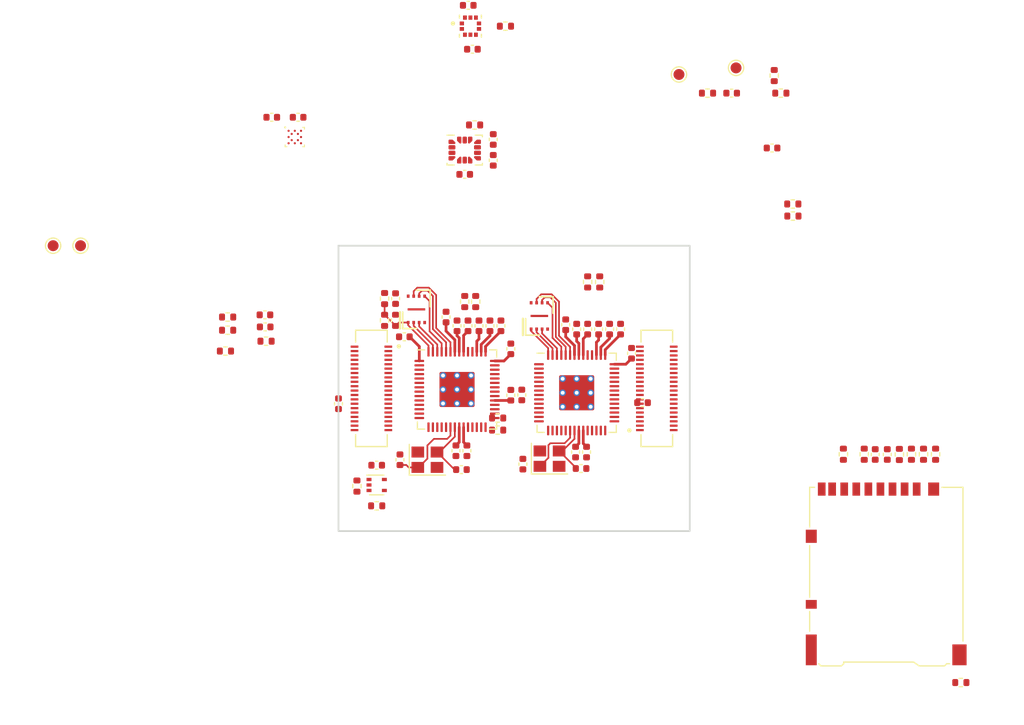
<source format=kicad_pcb>
(kicad_pcb (version 20211014) (generator pcbnew)
  (layers (0 "F.Cu" signal) (31 "B.Cu" signal) (34 "B.Paste" user) (35 "F.Paste" user) (36 "B.SilkS" user "B.Silkscreen") (37 "F.SilkS" user "F.Silkscreen") (38 "B.Mask" user) (39 "F.Mask" user) (44 "Edge.Cuts" user))
  (net 0 "")
  (net 1 "/FMU Processor/1V1")
  (net 2 "GND")
  (net 3 "/3V3_FMU")
  (net 4 "/FMU Processor/XIN")
  (net 5 "/FMU Processor/XOUT")
  (net 6 "/IBAT1_SENSE")
  (net 7 "/VBAT1_SENSE")
  (net 8 "/3V3_IMU")
  (net 9 "/IO Processor/1V1")
  (net 10 "/3V3_IO")
  (net 11 "/IO Processor/XIN")
  (net 12 "/IO Processor/XOUT")
  (net 13 "/3V3_SD")
  (net 14 "/UART_TX_TELEM")
  (net 15 "/UART_RX_TELEM")
  (net 16 "/UART_CTS_TELEM")
  (net 17 "/FMU_NEOPIXEL")
  (net 18 "/UART_RTS_TELEM")
  (net 19 "/I2C1_SCL_EXT")
  (net 20 "/FMU_USB_DP")
  (net 21 "/UART_TX_GNSS")
  (net 22 "/FMU_USB_DN")
  (net 23 "/UART_RX_GNSS")
  (net 24 "/FMU_nRST")
  (net 25 "/I2C1_SDA_EXT")
  (net 26 "/FMU_SWDIO")
  (net 27 "/FMU_SWCLK")
  (net 28 "/FMU_CH1")
  (net 29 "/FMU_RSV1")
  (net 30 "/FMU_CH2")
  (net 31 "/FMU_RSV2")
  (net 32 "/FMU_CH3")
  (net 33 "/FMU_RSV3")
  (net 34 "/FMU_CH4")
  (net 35 "/FMU_RSV4")
  (net 36 "/FMU_RSV5")
  (net 37 "/BUZZER")
  (net 38 "+5V")
  (net 39 "/IO_CH1")
  (net 40 "/VMOTOR")
  (net 41 "/IO_CH2")
  (net 42 "/IO_CH3")
  (net 43 "/IO_CH4")
  (net 44 "/IO_LED_BLUE")
  (net 45 "/IO_CH5")
  (net 46 "/IO_LED_AMBER")
  (net 47 "/IO_CH6")
  (net 48 "/IO_LED_GREEN")
  (net 49 "/IO_CH7")
  (net 50 "/IO_CH8")
  (net 51 "/IO_USB_DP")
  (net 52 "/IO_USB_DN")
  (net 53 "/SBUS_IN")
  (net 54 "/PPM_IN")
  (net 55 "/IO_nRST")
  (net 56 "/IO_SWDIO")
  (net 57 "/RSSI_IN")
  (net 58 "/IO_SWCLK")
  (net 59 "/SAFETY_SWITCH")
  (net 60 "/IO_RSV1")
  (net 61 "/SAFETY_LED")
  (net 64 "/FMU Processor/SDMMC_CD")
  (net 65 "/FMU Processor/SPI1_PICO_SDMMC")
  (net 66 "/FMU Processor/SPI1_SCK_SDMMC")
  (net 67 "/FMU Processor/SPI1_POCI_SDMMC")
  (net 68 "/FMU Processor/USB_MCU_DP")
  (net 69 "/FMU Processor/USB_MCU_DN")
  (net 70 "/FMU Processor/I2C0_SDA_MAG_BARO")
  (net 71 "/FMU Processor/I2C0_SCL_MAG_BARO")
  (net 72 "/FMU Processor/SPI0_nCS_IMU")
  (net 73 "Net-(R20-Pad2)")
  (net 74 "Net-(R24-Pad2)")
  (net 75 "/IO Processor/USB_MCU_DP")
  (net 76 "/IO Processor/USB_MCU_DN")
  (net 77 "/FMU Processor/QSPI_SD3")
  (net 78 "/IO Processor/QSPI_SD3")
  (net 79 "/FMU Processor/SPI0_SCK_IMU")
  (net 80 "/FMU Processor/SPI0_PICO_IMU")
  (net 81 "/FMU Processor/SPI0_POCI_IMU")
  (net 82 "/FMU Processor/INT_IMU")
  (net 83 "/UART_FROM_FMU_TO_IO")
  (net 84 "/UART_FROM_IO_TO_FMU")
  (net 85 "/FMU Processor/QSPI_SD0")
  (net 86 "/FMU Processor/QSPI_SD2")
  (net 87 "/FMU Processor/QSPI_SD1")
  (net 96 "/IO_UART_TX_DEBUG")
  (net 104 "/IO Processor/QSPI_SD0")
  (net 105 "/IO Processor/QSPI_SD2")
  (net 106 "/IO Processor/QSPI_SD1")
  (net 108 "Net-(J5-Pad2)")
  (net 109 "Net-(R17-Pad1)")
  (net 110 "Net-(J5-Pad10)")
  (net 115 "/IO_BOOTSEL")
  (net 116 "/IO Processor/QSPI_nCS")
  (net 117 "/IO Processor/QSPI_SCK")
  (net 118 "/FMU_BOOTSEL")
  (net 119 "/FMU Processor/QSPI_nCS")
  (net 120 "/FMU Processor/QSPI_SCK")
  (footprint "USON:8-USON" (layer "F.Cu") (at 118.3 106.4 90)
    (fp_text reference "U2" hide)
    (fp_text value "W25Q16JVUX" hide)
  )
  (footprint "Resistor_SMD:R_0402_1005Metric" (layer "F.Cu") (at 114.5 116.8)
    (fp_text reference "R13" hide)
    (fp_text value "2.2K")
  )
  (footprint "Capacitor_SMD:C_0402_1005Metric" (layer "F.Cu") (at 139.5 91.1 180)
    (fp_text reference "C43" hide)
    (fp_text value "0.1uF")
  )
  (footprint "Resistor_SMD:R_0402_1005Metric" (layer "F.Cu") (at 114.5 115.7)
    (fp_text reference "R12" hide)
    (fp_text value "2.2K")
  )
  (footprint "Capacitor_SMD:C_0402_1005Metric" (layer "F.Cu") (at 126.7 109.8 90)
    (fp_text reference "C10" hide)
    (fp_text value "0.1uF")
  )
  (footprint "Hirose_DF40:HIROSE_DF40C-40DS-0.4V(51)" (layer "F.Cu") (at 103 113 -90)
    (fp_text reference "J4" hide)
    (fp_text value "[IO Bus Top]")
  )
  (footprint "Package_LGA:LGA-14_3x2.5mm_P0.5mm_LayoutBorder3x4y" (layer "F.Cu") (at 111.5 91.2875)
    (fp_text reference "U3" hide)
    (fp_text value "ICM42605")
  )
  (footprint "Capacitor_SMD:C_0402_1005Metric" (layer "F.Cu") (at 111.2 120.4)
    (fp_text reference "C42" hide)
    (fp_text value "30pF")
  )
  (footprint "Capacitor_SMD:C_0402_1005Metric" (layer "F.Cu") (at 100 114.4 -90)
    (fp_text reference "C44" hide)
    (fp_text value "0.1uF")
  )
  (footprint "Package_TO_SOT_SMD:SOT-553" (layer "F.Cu") (at 103.48 121.8)
    (fp_text reference "U8" hide)
    (fp_text value "SN74LVC1G04DRY")
  )
  (footprint "Resistor_SMD:R_0402_1005Metric" (layer "F.Cu") (at 153.3 119 90)
    (fp_text reference "R4" hide)
    (fp_text value "47K")
  )
  (footprint "Capacitor_SMD:C_0402_1005Metric" (layer "F.Cu") (at 93.3 106.3)
    (fp_text reference "C19" hide)
    (fp_text value "0.1uF")
  )
  (footprint "Resistor_SMD:R_0402_1005Metric" (layer "F.Cu") (at 152.2 119 90)
    (fp_text reference "R28" hide)
    (fp_text value "0R")
  )
  (footprint "Resistor_SMD:R_0402_1005Metric" (layer "F.Cu") (at 133.62 86.1)
    (fp_text reference "R3" hide)
    (fp_text value "10K [DNP]")
  )
  (footprint "Capacitor_SMD:C_0402_1005Metric" (layer "F.Cu") (at 103.48 120)
    (fp_text reference "C40" hide)
    (fp_text value "0.1uF")
  )
  (footprint "Capacitor_SMD:C_0402_1005Metric" (layer "F.Cu") (at 105.6 119.5 90)
    (fp_text reference "C41" hide)
    (fp_text value "30pF")
  )
  (footprint "TestPoint:TestPoint_Pad_D1.0mm" (layer "F.Cu") (at 74 100)
    (fp_text reference "TP6" hide)
    (fp_text value "IO_QSPI_SD3")
  )
  (footprint "Resistor_SMD:R_0402_1005Metric" (layer "F.Cu") (at 111.5 105.09 90)
    (fp_text reference "R26" hide)
    (fp_text value "27.4")
  )
  (footprint "Resistor_SMD:R_0402_1005Metric" (layer "F.Cu") (at 122.7 103.3 90)
    (fp_text reference "R8" hide)
    (fp_text value "27.4")
  )
  (footprint "Capacitor_SMD:C_0402_1005Metric" (layer "F.Cu") (at 124.7 107.6 90)
    (fp_text reference "C13" hide)
    (fp_text value "1uF")
  )
  (footprint "Resistor_SMD:R_0402_1005Metric" (layer "F.Cu") (at 101.68 121.9 90)
    (fp_text reference "R25" hide)
    (fp_text value "100K")
  )
  (footprint "Resistor_SMD:R_0402_1005Metric" (layer "F.Cu") (at 156.7 139.8)
    (fp_text reference "R17" hide)
    (fp_text value "0R")
  )
  (footprint "Resistor_SMD:R_0402_1005Metric" (layer "F.Cu") (at 115.21 80)
    (fp_text reference "R20" hide)
    (fp_text value "10K")
  )
  (footprint "Capacitor_SMD:C_0402_1005Metric" (layer "F.Cu") (at 110.8 107.3 90)
    (fp_text reference "C37" hide)
    (fp_text value "0.1uF")
  )
  (footprint "Capacitor_SMD:C_0402_1005Metric" (layer "F.Cu") (at 116.8 119.9 90)
    (fp_text reference "C14" hide)
    (fp_text value "30pF")
  )
  (footprint "Resistor_SMD:R_0402_1005Metric" (layer "F.Cu") (at 104.2 106.8 90)
    (fp_text reference "R23" hide)
    (fp_text value "10K [DNP]")
  )
  (footprint "Resistor_SMD:R_0402_1005Metric" (layer "F.Cu") (at 140.3 86.1)
    (fp_text reference "R1" hide)
    (fp_text value "1K")
  )
  (footprint "Capacitor_SMD:C_0402_1005Metric" (layer "F.Cu") (at 113.8 107.3 90)
    (fp_text reference "C39" hide)
    (fp_text value "1uF")
  )
  (footprint "Resistor_SMD:R_0402_1005Metric" (layer "F.Cu") (at 141.4 97.3)
    (fp_text reference "R11" hide)
    (fp_text value "2.2K")
  )
  (footprint "Resistor_SMD:R_0402_1005Metric" (layer "F.Cu") (at 141.39 96.2)
    (fp_text reference "R10" hide)
    (fp_text value "2.2K")
  )
  (footprint "Capacitor_SMD:C_0402_1005Metric" (layer "F.Cu") (at 93.32 107.4)
    (fp_text reference "C18" hide)
    (fp_text value "0.1uF")
  )
  (footprint "Resistor_SMD:R_0402_1005Metric" (layer "F.Cu") (at 139.7 84.5 90)
    (fp_text reference "R2" hide)
    (fp_text value "10K")
  )
  (footprint "Capacitor_SMD:C_0402_1005Metric" (layer "F.Cu") (at 112.8 107.3 90)
    (fp_text reference "C27" hide)
    (fp_text value "1uF")
  )
  (footprint "Resistor_SMD:R_0402_1005Metric" (layer "F.Cu") (at 112.5 105.09 90)
    (fp_text reference "R27" hide)
    (fp_text value "27.4")
  )
  (footprint "Capacitor_SMD:C_0402_1005Metric" (layer "F.Cu") (at 125.7 107.6 90)
    (fp_text reference "C9" hide)
    (fp_text value "0.1uF")
  )
  (footprint "TestPoint:TestPoint_Pad_D1.0mm" (layer "F.Cu") (at 131.02 84.4)
    (fp_text reference "TP2" hide)
    (fp_text value "FMU_QSPI_SCK")
  )
  (footprint "Capacitor_SMD:C_0402_1005Metric" (layer "F.Cu") (at 114.1 92.22 90)
    (fp_text reference "C20" hide)
    (fp_text value "2.2uF")
  )
  (footprint "Connector_Card:microSD_HC_Hirose_DM3AT-SF-PEJM5" (layer "F.Cu") (at 149.9 129.9)
    (fp_text reference "J5" hide)
    (fp_text value "Micro_SD_Card_Det_Hirose_DM3AT")
  )
  (footprint "Capacitor_SMD:C_0402_1005Metric" (layer "F.Cu") (at 111.7 118.68 -90)
    (fp_text reference "C29" hide)
    (fp_text value "0.1uF")
  )
  (footprint "Resistor_SMD:R_0402_1005Metric" (layer "F.Cu") (at 105.2 106.8 -90)
    (fp_text reference "R21" hide)
    (fp_text value "10K")
  )
  (footprint "Resistor_SMD:R_0402_1005Metric" (layer "F.Cu") (at 146 119 90)
    (fp_text reference "R7" hide)
    (fp_text value "47K")
  )
  (footprint "Capacitor_SMD:C_0402_1005Metric" (layer "F.Cu") (at 120.7 107.2 90)
    (fp_text reference "C2" hide)
    (fp_text value "0.1uF")
  )
  (footprint "RP2040_minimal:RP2040-QFN-56" (layer "F.Cu") (at 110.8 113.1)
    (fp_text reference "U6" hide)
    (fp_text value "RP2040")
  )
  (footprint "Capacitor_SMD:C_0402_1005Metric" (layer "F.Cu") (at 109.8 106.5 90)
    (fp_text reference "C28" hide)
    (fp_text value "0.1uF")
  )
  (footprint "Capacitor_SMD:C_0402_1005Metric" (layer "F.Cu") (at 111.82 78.1)
    (fp_text reference "C25" hide)
    (fp_text value "0.1uF")
  )
  (footprint "Capacitor_SMD:C_0402_1005Metric" (layer "F.Cu") (at 115.7 113.62 90)
    (fp_text reference "C34" hide)
    (fp_text value "0.1uF")
  )
  (footprint "Crystal:Crystal_SMD_2520-4Pin_2.5x2.0mm" (layer "F.Cu") (at 108.1 119.5)
    (fp_text reference "Y2" hide)
    (fp_text value "12MHz")
  )
  (footprint "Capacitor_SMD:C_0402_1005Metric" (layer "F.Cu") (at 123.7 107.6 90)
    (fp_text reference "C1" hide)
    (fp_text value "1uF")
  )
  (footprint "Capacitor_SMD:C_0402_1005Metric" (layer "F.Cu") (at 112.2 82.1)
    (fp_text reference "C26" hide)
    (fp_text value "0.1uF")
  )
  (footprint "ICP20100:PQFN50P200X200X85-10N" (layer "F.Cu") (at 112.02 80)
    (fp_text reference "U5" hide)
    (fp_text value "ICP20100")
  )
  (footprint "Crystal:Crystal_SMD_2520-4Pin_2.5x2.0mm" (layer "F.Cu") (at 119.225 119.4)
    (fp_text reference "Y1" hide)
    (fp_text value "12MHz")
  )
  (footprint "USON:8-USON" (layer "F.Cu") (at 107.1 105.8 90)
    (fp_text reference "U7" hide)
    (fp_text value "W25Q16JVUX" hide)
  )
  (footprint "Capacitor_SMD:C_0402_1005Metric" (layer "F.Cu") (at 111.5 93.5)
    (fp_text reference "C22" hide)
    (fp_text value "10nF")
  )
  (footprint "Capacitor_SMD:C_0402_1005Metric" (layer "F.Cu") (at 150 119.02 90)
    (fp_text reference "C17" hide)
    (fp_text value "0.1uF")
  )
  (footprint "Resistor_SMD:R_0402_1005Metric" (layer "F.Cu") (at 89.9 107.7)
    (fp_text reference "R15" hide)
    (fp_text value "1K")
  )
  (footprint "Capacitor_SMD:C_0402_1005Metric" (layer "F.Cu") (at 114.8 107.3 90)
    (fp_text reference "C31" hide)
    (fp_text value "0.1uF")
  )
  (footprint "Resistor_SMD:R_0402_1005Metric" (layer "F.Cu") (at 112.4 89)
    (fp_text reference "R19" hide)
    (fp_text value "10K")
  )
  (footprint "Resistor_SMD:R_0402_1005Metric" (layer "F.Cu") (at 93.4 108.7)
    (fp_text reference "R18" hide)
    (fp_text value "1M")
  )
  (footprint "Capacitor_SMD:C_0402_1005Metric" (layer "F.Cu") (at 115.7 109.4 90)
    (fp_text reference "C32" hide)
    (fp_text value "0.1uF")
  )
  (footprint "Resistor_SMD:R_0402_1005Metric" (layer "F.Cu") (at 89.9 106.5)
    (fp_text reference "R14" hide)
    (fp_text value "1K")
  )
  (footprint "Capacitor_SMD:C_0402_1005Metric" (layer "F.Cu") (at 96.32 88.3)
    (fp_text reference "C23" hide)
    (fp_text value "0.1uF")
  )
  (footprint "Capacitor_SMD:C_0402_1005Metric" (layer "F.Cu") (at 148.9 119.02 90)
    (fp_text reference "C16" hide)
    (fp_text value "2.2uF")
  )
  (footprint "TestPoint:TestPoint_Pad_D1.0mm" (layer "F.Cu") (at 76.5 100)
    (fp_text reference "TP5" hide)
    (fp_text value "IO_QSPI_SCK")
  )
  (footprint "Capacitor_SMD:C_0402_1005Metric" (layer "F.Cu") (at 121.6 118.8 -90)
    (fp_text reference "C12" hide)
    (fp_text value "0.1uF")
  )
  (footprint "Capacitor_SMD:C_0402_1005Metric" (layer "F.Cu") (at 122.6 118.8 -90)
    (fp_text reference "C3" hide)
    (fp_text value "0.1uF")
  )
  (footprint "Package_CSP:WLCSP-12_1.56x1.56mm_P0.4mm" (layer "F.Cu") (at 96.02 90.1)
    (fp_text reference "U4" hide)
    (fp_text value "BMM150")
  )
  (footprint "Resistor_SMD:R_0402_1005Metric" (layer "F.Cu") (at 151.1 119.02 90)
    (fp_text reference "R5" hide)
    (fp_text value "47K")
  )
  (footprint "Resistor_SMD:R_0402_1005Metric" (layer "F.Cu") (at 104.2 104.82 -90)
    (fp_text reference "R22" hide)
    (fp_text value "1K")
  )
  (footprint "Capacitor_SMD:C_0402_1005Metric" (layer "F.Cu") (at 127.7 114.3)
    (fp_text reference "C11" hide)
    (fp_text value "0.1uF")
  )
  (footprint "TestPoint:TestPoint_Pad_D1.0mm" (layer "F.Cu") (at 136.22 83.8)
    (fp_text reference "TP3" hide)
    (fp_text value "FMU_QSPI_SD3")
  )
  (footprint "Capacitor_SMD:C_0402_1005Metric" (layer "F.Cu") (at 93.92 88.3)
    (fp_text reference "C24" hide)
    (fp_text value "0.1uF")
  )
  (footprint "Capacitor_SMD:C_0402_1005Metric" (layer "F.Cu") (at 135.82 86.1)
    (fp_text reference "C7" hide)
    (fp_text value "0.1uF")
  )
  (footprint "Capacitor_SMD:C_0402_1005Metric" (layer "F.Cu") (at 114.1 90.32 -90)
    (fp_text reference "C21" hide)
    (fp_text value "0.1uF")
  )
  (footprint "Capacitor_SMD:C_0402_1005Metric" (layer "F.Cu") (at 116.7 113.6 -90)
    (fp_text reference "C8" hide)
    (fp_text value "0.1uF")
  )
  (footprint "Resistor_SMD:R_0402_1005Metric" (layer "F.Cu") (at 123.8 103.3 90)
    (fp_text reference "R9" hide)
    (fp_text value "27.4")
  )
  (footprint "Capacitor_SMD:C_0402_1005Metric" (layer "F.Cu") (at 122.1 120.3)
    (fp_text reference "C15" hide)
    (fp_text value "30pF")
  )
  (footprint "Capacitor_SMD:C_0402_1005Metric" (layer "F.Cu") (at 121.7 107.6 90)
    (fp_text reference "C5" hide)
    (fp_text value "0.1uF")
  )
  (footprint "Capacitor_SMD:C_0402_1005Metric" (layer "F.Cu") (at 105.2 104.82 90)
    (fp_text reference "C33" hide)
    (fp_text value "0.1uF")
  )
  (footprint "Capacitor_SMD:C_0402_1005Metric" (layer "F.Cu") (at 106 108.3 180)
    (fp_text reference "C36" hide)
    (fp_text value "0.1uF")
  )
  (footprint "Capacitor_SMD:C_0402_1005Metric" (layer "F.Cu") (at 111.8 107.3 90)
    (fp_text reference "C38" hide)
    (fp_text value "0.1uF")
  )
  (footprint "RP2040_minimal:RP2040-QFN-56" (layer "F.Cu") (at 121.7 113.4)
    (fp_text reference "U1" hide)
    (fp_text value "RP2040")
  )
  (footprint "Resistor_SMD:R_0402_1005Metric" (layer "F.Cu") (at 89.7 109.6)
    (fp_text reference "R16" hide)
    (fp_text value "1M")
  )
  (footprint "Hirose_DF40:HIROSE_DF40C-40DS-0.4V(51)" (layer "F.Cu") (at 129 113 90)
    (fp_text reference "J2" hide)
    (fp_text value "FMU Bus [Top]")
  )
  (footprint "Capacitor_SMD:C_0402_1005Metric" (layer "F.Cu") (at 110.7 118.68 -90)
    (fp_text reference "C35" hide)
    (fp_text value "0.1uF")
  )
  (footprint "Resistor_SMD:R_0402_1005Metric" (layer "F.Cu") (at 154.4 119 90)
    (fp_text reference "R29" hide)
    (fp_text value "0R")
  )
  (footprint "Resistor_SMD:R_0402_1005Metric" (layer "F.Cu") (at 147.9 119 90)
    (fp_text reference "R6" hide)
    (fp_text value "47K")
  )
  (footprint "Capacitor_SMD:C_0402_1005Metric" (layer "F.Cu") (at 122.7 107.6 90)
    (fp_text reference "C6" hide)
    (fp_text value "0.1uF")
  )
  (footprint "Resistor_SMD:R_0402_1005Metric" (layer "F.Cu") (at 103.48 123.7)
    (fp_text reference "R24" hide)
    (fp_text value "0R [DNP]")
  )
  (gr_rect locked (start 100 100) (end 132 126) (layer "Edge.Cuts") (width 0.15) (fill none))
  (segment (start 120.7 108.3) (end 120.7 107.68) (width 0.25) (layer "F.Cu") (net 1))
  (segment (start 122.3 116.8375) (end 122.3 118.02) (width 0.25) (layer "F.Cu") (net 1))
  (segment (start 121.5 109.9625) (end 121.5 109.1) (width 0.25) (layer "F.Cu") (net 1))
  (segment (start 123.5 108.8) (end 123.7 108.6) (width 0.25) (layer "F.Cu") (net 1))
  (segment (start 123.7 108.6) (end 123.7 108.08) (width 0.25) (layer "F.Cu") (net 1))
  (segment (start 121.5 109.1) (end 120.7 108.3) (width 0.25) (layer "F.Cu") (net 1))
  (segment (start 122.3 118.02) (end 122.6 118.32) (width 0.25) (layer "F.Cu") (net 1))
  (segment (start 123.5 109.9625) (end 123.5 108.8) (width 0.25) (layer "F.Cu") (net 1))
  (segment (start 125.1375 110.8) (end 126.18 110.8) (width 0.25) (layer "F.Cu") (net 3))
  (segment (start 121.9 109.9625) (end 121.9 108.9) (width 0.25) (layer "F.Cu") (net 3))
  (segment (start 121.9 116.8375) (end 121.9 118.02) (width 0.25) (layer "F.Cu") (net 3))
  (segment (start 124.3 109.9625) (end 124.3 109.48) (width 0.25) (layer "F.Cu") (net 3))
  (segment (start 121.9 118.02) (end 121.6 118.32) (width 0.25) (layer "F.Cu") (net 3))
  (segment (start 126.18 110.8) (end 126.7 110.28) (width 0.25) (layer "F.Cu") (net 3))
  (segment (start 121.9 108.9) (end 121.7 108.7) (width 0.25) (layer "F.Cu") (net 3))
  (segment (start 124.7 108.45) (end 124.7 108.08) (width 0.25) (layer "F.Cu") (net 3))
  (segment (start 124.3 109.48) (end 125.7 108.08) (width 0.25) (layer "F.Cu") (net 3))
  (segment (start 122.3 109.9625) (end 122.3 108.48) (width 0.25) (layer "F.Cu") (net 3))
  (segment (start 122.3 108.48) (end 122.7 108.08) (width 0.25) (layer "F.Cu") (net 3))
  (segment (start 123.9 109.25) (end 124.7 108.45) (width 0.25) (layer "F.Cu") (net 3))
  (segment (start 123.9 109.9625) (end 123.9 109.25) (width 0.25) (layer "F.Cu") (net 3))
  (segment (start 121.7 108.7) (end 121.7 108.08) (width 0.25) (layer "F.Cu") (net 3))
  (segment (start 120.602 117.998) (end 119.302 117.998) (width 0.15) (layer "F.Cu") (net 4))
  (segment (start 119.302 117.998) (end 119.127 118.173) (width 0.15) (layer "F.Cu") (net 4))
  (segment (start 119.127 118.173) (end 119.127 119.323) (width 0.15) (layer "F.Cu") (net 4))
  (segment (start 119.127 119.323) (end 118.35 120.1) (width 0.15) (layer "F.Cu") (net 4))
  (segment (start 121.1 117.5) (end 120.602 117.998) (width 0.15) (layer "F.Cu") (net 4))
  (segment (start 121.1 116.8375) (end 121.1 117.5) (width 0.15) (layer "F.Cu") (net 4))
  (segment (start 121.5 116.8375) (end 121.5 117.6) (width 0.15) (layer "F.Cu") (net 5))
  (segment (start 121.5 117.6) (end 120.4 118.7) (width 0.15) (layer "F.Cu") (net 5))
  (segment (start 121.62 120.22) (end 120.1 118.7) (width 0.15) (layer "F.Cu") (net 5))
  (segment (start 120.4 118.7) (end 120.1 118.7) (width 0.15) (layer "F.Cu") (net 5))
  (segment (start 121.62 120.3) (end 121.62 120.22) (width 0.15) (layer "F.Cu") (net 5))
  (segment (start 109.8 107.7773) (end 109.8 106.98) (width 0.25) (layer "F.Cu") (net 9))
  (segment (start 110.6 109.6625) (end 110.6 108.5773) (width 0.25) (layer "F.Cu") (net 9))
  (segment (start 111.4 117.9) (end 111.7 118.2) (width 0.25) (layer "F.Cu") (net 9))
  (segment (start 112.6 109.6625) (end 112.6 108.7) (width 0.25) (layer "F.Cu") (net 9))
  (segment (start 111.4 116.5375) (end 111.4 117.9) (width 0.25) (layer "F.Cu") (net 9))
  (segment (start 112.6 108.7) (end 112.8 108.5) (width 0.25) (layer "F.Cu") (net 9))
  (segment (start 110.6 108.5773) (end 109.8 107.7773) (width 0.25) (layer "F.Cu") (net 9))
  (segment (start 112.8 108.5) (end 112.8 107.78) (width 0.25) (layer "F.Cu") (net 9))
  (segment (start 113 109.6625) (end 113 109) (width 0.25) (layer "F.Cu") (net 10))
  (segment (start 110.8 108.2) (end 110.8 107.78) (width 0.25) (layer "F.Cu") (net 10))
  (segment (start 113.8 108.2) (end 113.8 107.78) (width 0.25) (layer "F.Cu") (net 10))
  (segment (start 111 109.6625) (end 111 108.4) (width 0.25) (layer "F.Cu") (net 10))
  (segment (start 114.2375 114.1) (end 115.7 114.1) (width 0.25) (layer "F.Cu") (net 10))
  (segment (start 107.3625 109.1825) (end 106.48 108.3) (width 0.25) (layer "F.Cu") (net 10))
  (segment (start 113 109) (end 113.8 108.2) (width 0.25) (layer "F.Cu") (net 10))
  (segment (start 111.4 109.6625) (end 111.4 108.18) (width 0.25) (layer "F.Cu") (net 10))
  (segment (start 111 116.5375) (end 111 117.9) (width 0.25) (layer "F.Cu") (net 10))
  (segment (start 111 117.9) (end 110.7 118.2) (width 0.25) (layer "F.Cu") (net 10))
  (segment (start 111 108.4) (end 110.8 108.2) (width 0.25) (layer "F.Cu") (net 10))
  (segment (start 115.08 110.5) (end 115.7 109.88) (width 0.25) (layer "F.Cu") (net 10))
  (segment (start 114.2375 110.5) (end 115.08 110.5) (width 0.25) (layer "F.Cu") (net 10))
  (segment (start 113.4 109.18) (end 114.8 107.78) (width 0.25) (layer "F.Cu") (net 10))
  (segment (start 113.4 109.6625) (end 113.4 109.18) (width 0.25) (layer "F.Cu") (net 10))
  (segment (start 107.3625 110.5) (end 107.3625 109.1825) (width 0.25) (layer "F.Cu") (net 10))
  (segment (start 111.4 108.18) (end 111.8 107.78) (width 0.25) (layer "F.Cu") (net 10))
  (segment (start 107.225 120.2) (end 107.3 120.2) (width 0.15) (layer "F.Cu") (net 11))
  (segment (start 107.3 120.2) (end 108.1 119.4) (width 0.15) (layer "F.Cu") (net 11))
  (segment (start 108.1 119.4) (end 108.1 118.196) (width 0.15) (layer "F.Cu") (net 11))
  (segment (start 108.1 118.196) (end 108.696 117.6) (width 0.15) (layer "F.Cu") (net 11))
  (segment (start 108.696 117.6) (end 109.9 117.6) (width 0.15) (layer "F.Cu") (net 11))
  (segment (start 106.4 120.2) (end 106.18 119.98) (width 0.15) (layer "F.Cu") (net 11))
  (segment (start 109.9 117.6) (end 110.2 117.3) (width 0.15) (layer "F.Cu") (net 11))
  (segment (start 106.18 119.98) (end 105.6 119.98) (width 0.15) (layer "F.Cu") (net 11))
  (segment (start 110.2 117.3) (end 110.2 116.5375) (width 0.15) (layer "F.Cu") (net 11))
  (segment (start 107.225 120.2) (end 106.4 120.2) (width 0.15) (layer "F.Cu") (net 11))
  (segment (start 110.6 116.5375) (end 110.6 117.4) (width 0.15) (layer "F.Cu") (net 12))
  (segment (start 110.575 120.4) (end 108.975 118.8) (width 0.15) (layer "F.Cu") (net 12))
  (segment (start 110.6 117.4) (end 109.2 118.8) (width 0.15) (layer "F.Cu") (net 12))
  (segment (start 110.72 120.4) (end 110.575 120.4) (width 0.15) (layer "F.Cu") (net 12))
  (segment (start 109.2 118.8) (end 108.975 118.8) (width 0.15) (layer "F.Cu") (net 12))
  (segment (start 120.091738 105.1) (end 119.414737 104.423) (width 0.15) (layer "F.Cu") (net 77))
  (segment (start 120.091738 108.208262) (end 120.091738 105.1) (width 0.15) (layer "F.Cu") (net 77))
  (segment (start 121.1 109.216524) (end 120.091738 108.208262) (width 0.15) (layer "F.Cu") (net 77))
  (segment (start 118.05 104.85) (end 118.05 105.2) (width 0.15) (layer "F.Cu") (net 77))
  (segment (start 118.477 104.423) (end 118.05 104.85) (width 0.15) (layer "F.Cu") (net 77))
  (segment (start 121.1 109.9625) (end 121.1 109.216524) (width 0.15) (layer "F.Cu") (net 77))
  (segment (start 119.414737 104.423) (end 118.477 104.423) (width 0.15) (layer "F.Cu") (net 77))
  (segment (start 108.9 107.5) (end 108.9 104.493906) (width 0.15) (layer "F.Cu") (net 78))
  (segment (start 107.177 103.823) (end 106.85 104.15) (width 0.15) (layer "F.Cu") (net 78))
  (segment (start 110.2 109.6625) (end 110.2 108.8) (width 0.15) (layer "F.Cu") (net 78))
  (segment (start 110.2 108.8) (end 108.9 107.5) (width 0.15) (layer "F.Cu") (net 78))
  (segment (start 108.229093 103.823) (end 107.177 103.823) (width 0.15) (layer "F.Cu") (net 78))
  (segment (start 106.85 104.15) (end 106.85 104.6) (width 0.15) (layer "F.Cu") (net 78))
  (segment (start 108.9 104.493906) (end 108.229093 103.823) (width 0.15) (layer "F.Cu") (net 78))
  (segment (start 119.5 108.4) (end 119.5 105.65) (width 0.15) (layer "F.Cu") (net 85))
  (segment (start 119.5 105.65) (end 119.05 105.2) (width 0.15) (layer "F.Cu") (net 85))
  (segment (start 120.3 109.2) (end 119.5 108.4) (width 0.15) (layer "F.Cu") (net 85))
  (segment (start 120.3 109.9625) (end 120.3 109.2) (width 0.15) (layer "F.Cu") (net 85))
  (segment (start 119.9 109.9625) (end 119.9 109.345524) (width 0.15) (layer "F.Cu") (net 86))
  (segment (start 118.55 107.995524) (end 118.55 107.6) (width 0.15) (layer "F.Cu") (net 86))
  (segment (start 119.9 109.345524) (end 118.55 107.995524) (width 0.15) (layer "F.Cu") (net 86))
  (segment (start 119.5 109.9625) (end 119.5 109.337262) (width 0.15) (layer "F.Cu") (net 87))
  (segment (start 118.05 107.887262) (end 118.05 107.6) (width 0.15) (layer "F.Cu") (net 87))
  (segment (start 119.5 109.337262) (end 118.05 107.887262) (width 0.15) (layer "F.Cu") (net 87))
  (segment (start 108.3 105.05) (end 107.85 104.6) (width 0.15) (layer "F.Cu") (net 104))
  (segment (start 109.4 109.6625) (end 109.4 108.9) (width 0.15) (layer "F.Cu") (net 104))
  (segment (start 109.4 108.9) (end 108.3 107.8) (width 0.15) (layer "F.Cu") (net 104))
  (segment (start 108.3 107.8) (end 108.3 105.05) (width 0.15) (layer "F.Cu") (net 104))
  (segment (start 109 109) (end 107.35 107.35) (width 0.15) (layer "F.Cu") (net 105))
  (segment (start 109 109.6625) (end 109 109) (width 0.15) (layer "F.Cu") (net 105))
  (segment (start 107.35 107.35) (end 107.35 107) (width 0.15) (layer "F.Cu") (net 105))
  (segment (start 106.85 107.302092) (end 106.85 107) (width 0.15) (layer "F.Cu") (net 106))
  (segment (start 108.6 109.052092) (end 106.85 107.302092) (width 0.15) (layer "F.Cu") (net 106))
  (segment (start 108.6 109.6625) (end 108.6 109.052092) (width 0.15) (layer "F.Cu") (net 106))
  (segment (start 108.2 109.6625) (end 108.2 109.1) (width 0.15) (layer "F.Cu") (net 116))
  (segment (start 105.2 107.31) (end 105.2 107.29) (width 0.15) (layer "F.Cu") (net 116))
  (segment (start 105.2 107.29) (end 104.2 106.29) (width 0.15) (layer "F.Cu") (net 116))
  (segment (start 106.35 107.25) (end 106.35 107) (width 0.15) (layer "F.Cu") (net 116))
  (segment (start 108.2 109.1) (end 106.35 107.25) (width 0.15) (layer "F.Cu") (net 116))
  (segment (start 105.51 107) (end 105.2 107.31) (width 0.15) (layer "F.Cu") (net 116))
  (segment (start 104.2 106.29) (end 104.2 105.33) (width 0.15) (layer "F.Cu") (net 116))
  (segment (start 106.35 107) (end 105.51 107) (width 0.15) (layer "F.Cu") (net 116))
  (segment (start 109.8 108.8) (end 108.6 107.6) (width 0.15) (layer "F.Cu") (net 117))
  (segment (start 108.6 107.6) (end 108.6 104.585644) (width 0.15) (layer "F.Cu") (net 117))
  (segment (start 108.6 104.585644) (end 108.114356 104.1) (width 0.15) (layer "F.Cu") (net 117))
  (segment (start 107.35 104.35) (end 107.35 104.6) (width 0.15) (layer "F.Cu") (net 117))
  (segment (start 107.6 104.1) (end 107.35 104.35) (width 0.15) (layer "F.Cu") (net 117))
  (segment (start 109.8 109.6625) (end 109.8 108.8) (width 0.15) (layer "F.Cu") (net 117))
  (segment (start 108.114356 104.1) (end 107.6 104.1) (width 0.15) (layer "F.Cu") (net 117))
  (segment (start 117.55 107.779) (end 117.55 107.6) (width 0.15) (layer "F.Cu") (net 119))
  (segment (start 119.1 109.9625) (end 119.1 109.329) (width 0.15) (layer "F.Cu") (net 119))
  (segment (start 119.1 109.329) (end 117.55 107.779) (width 0.15) (layer "F.Cu") (net 119))
  (segment (start 118.55 104.95) (end 118.55 105.2) (width 0.15) (layer "F.Cu") (net 120))
  (segment (start 119.3 104.7) (end 118.8 104.7) (width 0.15) (layer "F.Cu") (net 120))
  (segment (start 118.8 104.7) (end 118.55 104.95) (width 0.15) (layer "F.Cu") (net 120))
  (segment (start 119.8 108.308262) (end 119.8 105.2) (width 0.15) (layer "F.Cu") (net 120))
  (segment (start 120.7 109.208262) (end 119.8 108.308262) (width 0.15) (layer "F.Cu") (net 120))
  (segment (start 120.7 109.9625) (end 120.7 109.208262) (width 0.15) (layer "F.Cu") (net 120))
  (segment (start 119.8 105.2) (end 119.3 104.7) (width 0.15) (layer "F.Cu") (net 120))
)
</source>
